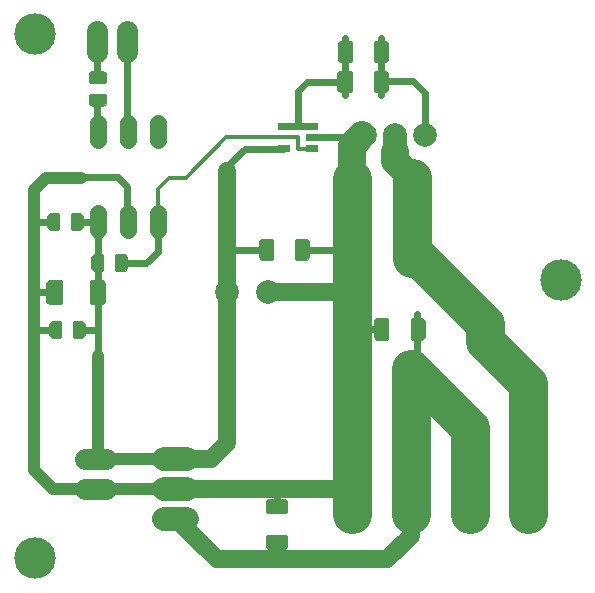
<source format=gbr>
%FSLAX32Y32*%
%MOMM*%
%LNKUPFERSEITE1*%
G71*
G01*
%ADD10C, 1.40*%
%ADD11C, 0.00*%
%ADD12C, 0.60*%
%ADD13C, 2.00*%
%ADD14C, 2.00*%
%ADD15C, 2.44*%
%ADD16C, 1.80*%
%ADD17C, 3.50*%
%ADD18C, 3.30*%
%ADD19C, 1.54*%
%ADD20C, 2.33*%
%ADD21C, 0.56*%
%ADD22C, 1.00*%
%ADD23C, 0.30*%
%LPD*%
G54D10*
X809Y3974D02*
X809Y3834D01*
G54D10*
X1063Y3975D02*
X1063Y3835D01*
G54D10*
X1317Y3975D02*
X1317Y3835D01*
G54D10*
X1317Y3213D02*
X1317Y3073D01*
G54D10*
X1063Y3213D02*
X1063Y3073D01*
G54D10*
X809Y3212D02*
X809Y3072D01*
G36*
X376Y2626D02*
X396Y2646D01*
X496Y2646D01*
X506Y2636D01*
X506Y2456D01*
X496Y2446D01*
X396Y2446D01*
X376Y2466D01*
X376Y2626D01*
G37*
G54D11*
X376Y2626D02*
X396Y2646D01*
X496Y2646D01*
X506Y2636D01*
X506Y2456D01*
X496Y2446D01*
X396Y2446D01*
X376Y2466D01*
X376Y2626D01*
G36*
X746Y2636D02*
X756Y2646D01*
X856Y2646D01*
X876Y2626D01*
X876Y2466D01*
X856Y2446D01*
X756Y2446D01*
X746Y2456D01*
X746Y2636D01*
G37*
G54D11*
X746Y2636D02*
X756Y2646D01*
X856Y2646D01*
X876Y2626D01*
X876Y2466D01*
X856Y2446D01*
X756Y2446D01*
X746Y2456D01*
X746Y2636D01*
G36*
X401Y2593D02*
X501Y2593D01*
X501Y2493D01*
X401Y2493D01*
X401Y2593D01*
G37*
G36*
X751Y2593D02*
X851Y2593D01*
X851Y2493D01*
X751Y2493D01*
X751Y2593D01*
G37*
G54D12*
X808Y3908D02*
X808Y4170D01*
G54D12*
X808Y4376D02*
X808Y4670D01*
G54D12*
X1062Y3963D02*
X1062Y4670D01*
G36*
X2339Y3731D02*
X2339Y3791D01*
X2439Y3791D01*
X2439Y3731D01*
X2339Y3731D01*
G37*
G36*
X2339Y3921D02*
X2339Y3981D01*
X2439Y3981D01*
X2439Y3921D01*
X2339Y3921D01*
G37*
G36*
X2577Y3731D02*
X2577Y3791D01*
X2677Y3791D01*
X2677Y3731D01*
X2577Y3731D01*
G37*
G36*
X2577Y3921D02*
X2577Y3981D01*
X2677Y3981D01*
X2677Y3921D01*
X2577Y3921D01*
G37*
G36*
X2577Y3826D02*
X2577Y3886D01*
X2677Y3886D01*
X2677Y3826D01*
X2577Y3826D01*
G37*
G54D13*
X1368Y1134D02*
X1568Y1134D01*
G54D13*
X1368Y880D02*
X1568Y880D01*
G54D13*
X1368Y626D02*
X1568Y626D01*
X3072Y3873D02*
G54D14*
D03*
X3326Y3873D02*
G54D14*
D03*
X3580Y3873D02*
G54D14*
D03*
X3466Y2897D02*
G54D14*
D03*
X2966Y2897D02*
G54D14*
D03*
X2961Y666D02*
G54D15*
D03*
X3461Y666D02*
G54D15*
D03*
X3961Y666D02*
G54D15*
D03*
X4461Y666D02*
G54D15*
D03*
G54D16*
X1062Y4580D02*
X1062Y4760D01*
G54D16*
X808Y4580D02*
X808Y4760D01*
G36*
X3271Y4514D02*
X3251Y4494D01*
X3161Y4494D01*
X3151Y4504D01*
X3151Y4664D01*
X3161Y4674D01*
X3251Y4674D01*
X3271Y4654D01*
X3271Y4514D01*
G37*
G54D11*
X3271Y4514D02*
X3251Y4494D01*
X3161Y4494D01*
X3151Y4504D01*
X3151Y4664D01*
X3161Y4674D01*
X3251Y4674D01*
X3271Y4654D01*
X3271Y4514D01*
G36*
X2961Y4509D02*
X2961Y4504D01*
X2951Y4494D01*
X2861Y4494D01*
X2841Y4514D01*
X2841Y4654D01*
X2861Y4674D01*
X2951Y4674D01*
X2961Y4664D01*
X2961Y4509D01*
G37*
G54D11*
X2961Y4509D02*
X2961Y4504D01*
X2951Y4494D01*
X2861Y4494D01*
X2841Y4514D01*
X2841Y4654D01*
X2861Y4674D01*
X2951Y4674D01*
X2961Y4664D01*
X2961Y4509D01*
G36*
X3256Y4539D02*
X3176Y4539D01*
X3176Y4629D01*
X3256Y4629D01*
X3256Y4539D01*
G37*
G36*
X2936Y4534D02*
X2856Y4534D01*
X2856Y4624D01*
X2936Y4624D01*
X2936Y4534D01*
G37*
G36*
X758Y4119D02*
X738Y4139D01*
X738Y4209D01*
X748Y4219D01*
X868Y4219D01*
X878Y4209D01*
X878Y4139D01*
X858Y4119D01*
X758Y4119D01*
G37*
G54D11*
X758Y4119D02*
X738Y4139D01*
X738Y4209D01*
X748Y4219D01*
X868Y4219D01*
X878Y4209D01*
X878Y4139D01*
X858Y4119D01*
X758Y4119D01*
G36*
X748Y4319D02*
X738Y4329D01*
X738Y4399D01*
X758Y4419D01*
X858Y4419D01*
X878Y4399D01*
X878Y4329D01*
X868Y4319D01*
X748Y4319D01*
G37*
G54D11*
X748Y4319D02*
X738Y4329D01*
X738Y4399D01*
X758Y4419D01*
X858Y4419D01*
X878Y4399D01*
X878Y4329D01*
X868Y4319D01*
X748Y4319D01*
G36*
X783Y4145D02*
X783Y4195D01*
X833Y4195D01*
X833Y4145D01*
X783Y4145D01*
G37*
G36*
X783Y4345D02*
X783Y4395D01*
X833Y4395D01*
X833Y4345D01*
X783Y4345D01*
G37*
G54D12*
X1062Y3146D02*
X1062Y3439D01*
X983Y3519D01*
X642Y3519D01*
G36*
X684Y3093D02*
X664Y3073D01*
X594Y3073D01*
X584Y3083D01*
X584Y3203D01*
X594Y3213D01*
X664Y3213D01*
X684Y3193D01*
X684Y3093D01*
G37*
G54D11*
X684Y3093D02*
X664Y3073D01*
X594Y3073D01*
X584Y3083D01*
X584Y3203D01*
X594Y3213D01*
X664Y3213D01*
X684Y3193D01*
X684Y3093D01*
G36*
X484Y3083D02*
X474Y3073D01*
X404Y3073D01*
X384Y3093D01*
X384Y3193D01*
X404Y3213D01*
X474Y3213D01*
X484Y3203D01*
X484Y3083D01*
G37*
G54D11*
X484Y3083D02*
X474Y3073D01*
X404Y3073D01*
X384Y3093D01*
X384Y3193D01*
X404Y3213D01*
X474Y3213D01*
X484Y3203D01*
X484Y3083D01*
G36*
X660Y3118D02*
X610Y3118D01*
X610Y3168D01*
X660Y3168D01*
X660Y3118D01*
G37*
G36*
X460Y3118D02*
X410Y3118D01*
X410Y3168D01*
X460Y3168D01*
X460Y3118D01*
G37*
G36*
X1057Y2746D02*
X1037Y2726D01*
X967Y2726D01*
X957Y2736D01*
X957Y2856D01*
X967Y2866D01*
X1037Y2866D01*
X1057Y2846D01*
X1057Y2746D01*
G37*
G54D11*
X1057Y2746D02*
X1037Y2726D01*
X967Y2726D01*
X957Y2736D01*
X957Y2856D01*
X967Y2866D01*
X1037Y2866D01*
X1057Y2846D01*
X1057Y2746D01*
G36*
X857Y2736D02*
X847Y2726D01*
X777Y2726D01*
X757Y2746D01*
X757Y2846D01*
X777Y2866D01*
X847Y2866D01*
X857Y2856D01*
X857Y2736D01*
G37*
G54D11*
X857Y2736D02*
X847Y2726D01*
X777Y2726D01*
X757Y2746D01*
X757Y2846D01*
X777Y2866D01*
X847Y2866D01*
X857Y2856D01*
X857Y2736D01*
G36*
X1032Y2772D02*
X982Y2772D01*
X982Y2822D01*
X1032Y2822D01*
X1032Y2772D01*
G37*
G36*
X832Y2772D02*
X782Y2772D01*
X782Y2822D01*
X832Y2822D01*
X832Y2772D01*
G37*
X2254Y2547D02*
G54D14*
D03*
X1904Y2547D02*
G54D14*
D03*
X2952Y1895D02*
G54D15*
D03*
X3460Y1895D02*
G54D15*
D03*
X4458Y1386D02*
G54D14*
D03*
X3958Y1386D02*
G54D14*
D03*
G36*
X3270Y4260D02*
X3250Y4240D01*
X3160Y4240D01*
X3150Y4250D01*
X3150Y4410D01*
X3160Y4420D01*
X3250Y4420D01*
X3270Y4400D01*
X3270Y4260D01*
G37*
G54D11*
X3270Y4260D02*
X3250Y4240D01*
X3160Y4240D01*
X3150Y4250D01*
X3150Y4410D01*
X3160Y4420D01*
X3250Y4420D01*
X3270Y4400D01*
X3270Y4260D01*
G36*
X2960Y4255D02*
X2960Y4250D01*
X2950Y4240D01*
X2860Y4240D01*
X2840Y4260D01*
X2840Y4400D01*
X2860Y4420D01*
X2950Y4420D01*
X2960Y4410D01*
X2960Y4255D01*
G37*
G54D11*
X2960Y4255D02*
X2960Y4250D01*
X2950Y4240D01*
X2860Y4240D01*
X2840Y4260D01*
X2840Y4400D01*
X2860Y4420D01*
X2950Y4420D01*
X2960Y4410D01*
X2960Y4255D01*
G36*
X3256Y4285D02*
X3176Y4285D01*
X3176Y4375D01*
X3256Y4375D01*
X3256Y4285D01*
G37*
G36*
X2936Y4280D02*
X2856Y4280D01*
X2856Y4370D01*
X2936Y4370D01*
X2936Y4280D01*
G37*
X278Y293D02*
G54D17*
D03*
G54D12*
X2905Y4697D02*
X2905Y4212D01*
G54D12*
X3207Y4212D02*
X3207Y4697D01*
G54D12*
X3207Y4331D02*
X3477Y4331D01*
X3580Y4228D01*
X3580Y3887D01*
G54D12*
X2508Y3958D02*
X2508Y4252D01*
X2580Y4324D01*
X2881Y4324D01*
X278Y4730D02*
G54D17*
D03*
X4731Y2650D02*
G54D17*
D03*
G54D18*
X2961Y666D02*
X2961Y3500D01*
G54D18*
X3461Y666D02*
X3461Y1896D01*
G54D18*
X3469Y2833D02*
X3469Y3508D01*
G54D18*
X3961Y666D02*
X3961Y1396D01*
X3461Y1896D01*
G54D19*
X2254Y2547D02*
X2961Y2547D01*
G54D13*
X3326Y3873D02*
X3326Y3698D01*
G54D20*
X3326Y3730D02*
X3326Y3659D01*
X3445Y3540D01*
G54D20*
X2961Y3524D02*
X2961Y3786D01*
X3048Y3873D01*
G54D16*
X884Y880D02*
X704Y880D01*
G54D16*
X884Y1134D02*
X704Y1134D01*
G54D21*
X2643Y3857D02*
X2969Y3857D01*
G54D21*
X2373Y3952D02*
X2643Y3952D01*
G36*
X2255Y368D02*
X2235Y388D01*
X2235Y478D01*
X2245Y488D01*
X2405Y488D01*
X2415Y478D01*
X2415Y388D01*
X2395Y368D01*
X2255Y368D01*
G37*
G54D11*
X2255Y368D02*
X2235Y388D01*
X2235Y478D01*
X2245Y488D01*
X2405Y488D01*
X2415Y478D01*
X2415Y388D01*
X2395Y368D01*
X2255Y368D01*
G36*
X2250Y678D02*
X2245Y678D01*
X2235Y688D01*
X2235Y778D01*
X2255Y798D01*
X2395Y798D01*
X2415Y778D01*
X2415Y688D01*
X2405Y678D01*
X2250Y678D01*
G37*
G54D11*
X2250Y678D02*
X2245Y678D01*
X2235Y688D01*
X2235Y778D01*
X2255Y798D01*
X2395Y798D01*
X2415Y778D01*
X2415Y688D01*
X2405Y678D01*
X2250Y678D01*
G36*
X2280Y383D02*
X2280Y463D01*
X2370Y463D01*
X2370Y383D01*
X2280Y383D01*
G37*
G36*
X2275Y703D02*
X2275Y783D01*
X2365Y783D01*
X2365Y703D01*
X2275Y703D01*
G37*
G36*
X2603Y2839D02*
X2583Y2819D01*
X2493Y2819D01*
X2483Y2829D01*
X2483Y2989D01*
X2493Y2999D01*
X2583Y2999D01*
X2603Y2979D01*
X2603Y2839D01*
G37*
G54D11*
X2603Y2839D02*
X2583Y2819D01*
X2493Y2819D01*
X2483Y2829D01*
X2483Y2989D01*
X2493Y2999D01*
X2583Y2999D01*
X2603Y2979D01*
X2603Y2839D01*
G36*
X2293Y2834D02*
X2293Y2829D01*
X2283Y2819D01*
X2193Y2819D01*
X2173Y2839D01*
X2173Y2979D01*
X2193Y2999D01*
X2283Y2999D01*
X2293Y2989D01*
X2293Y2834D01*
G37*
G54D11*
X2293Y2834D02*
X2293Y2829D01*
X2283Y2819D01*
X2193Y2819D01*
X2173Y2839D01*
X2173Y2979D01*
X2193Y2999D01*
X2283Y2999D01*
X2293Y2989D01*
X2293Y2834D01*
G36*
X2589Y2864D02*
X2509Y2864D01*
X2509Y2954D01*
X2589Y2954D01*
X2589Y2864D01*
G37*
G36*
X2269Y2859D02*
X2189Y2859D01*
X2189Y2949D01*
X2269Y2949D01*
X2269Y2859D01*
G37*
G54D12*
X2548Y2904D02*
X2921Y2904D01*
G54D12*
X2238Y2904D02*
X1897Y2904D01*
G54D19*
X1905Y3571D02*
X1905Y1269D01*
X1770Y1134D01*
X1460Y1134D01*
G54D19*
X1476Y880D02*
X2929Y880D01*
G54D19*
X3461Y666D02*
X3461Y484D01*
X3262Y285D01*
X1818Y285D01*
X1476Y626D01*
G54D12*
X2326Y730D02*
X2326Y888D01*
G54D12*
X2326Y428D02*
X2326Y277D01*
G36*
X3149Y2304D02*
X3169Y2324D01*
X3259Y2324D01*
X3269Y2314D01*
X3269Y2154D01*
X3259Y2144D01*
X3169Y2144D01*
X3149Y2164D01*
X3149Y2304D01*
G37*
G54D11*
X3149Y2304D02*
X3169Y2324D01*
X3259Y2324D01*
X3269Y2314D01*
X3269Y2154D01*
X3259Y2144D01*
X3169Y2144D01*
X3149Y2164D01*
X3149Y2304D01*
G36*
X3459Y2309D02*
X3459Y2314D01*
X3469Y2324D01*
X3559Y2324D01*
X3579Y2304D01*
X3579Y2164D01*
X3559Y2144D01*
X3469Y2144D01*
X3459Y2154D01*
X3459Y2309D01*
G37*
G54D11*
X3459Y2309D02*
X3459Y2314D01*
X3469Y2324D01*
X3559Y2324D01*
X3579Y2304D01*
X3579Y2164D01*
X3559Y2144D01*
X3469Y2144D01*
X3459Y2154D01*
X3459Y2309D01*
G36*
X3165Y2279D02*
X3245Y2279D01*
X3245Y2189D01*
X3165Y2189D01*
X3165Y2279D01*
G37*
G36*
X3485Y2284D02*
X3565Y2284D01*
X3565Y2194D01*
X3485Y2194D01*
X3485Y2284D01*
G37*
G54D18*
X3469Y2833D02*
X3532Y2833D01*
X4088Y2277D01*
X4088Y2135D01*
X4453Y1769D01*
X4453Y666D01*
G54D12*
X3215Y2230D02*
X3040Y2230D01*
G54D12*
X3516Y2357D02*
X3516Y1944D01*
G54D22*
X1476Y1134D02*
X722Y1134D01*
G54D22*
X1476Y880D02*
X722Y880D01*
G54D22*
X714Y880D02*
X429Y880D01*
X270Y1039D01*
X270Y3412D01*
X373Y3516D01*
X667Y3516D01*
G54D12*
X809Y3142D02*
X809Y1984D01*
G54D12*
X1008Y2793D02*
X1222Y2793D01*
X1317Y2888D01*
X1317Y3135D01*
G54D12*
X436Y2547D02*
X270Y2547D01*
G54D12*
X444Y3142D02*
X278Y3142D01*
G54D12*
X809Y3142D02*
X619Y3142D01*
G54D23*
X1317Y3142D02*
X1317Y3420D01*
X1413Y3515D01*
X1556Y3515D01*
X1897Y3857D01*
X2222Y3857D01*
G54D21*
X2381Y3761D02*
X2056Y3761D01*
X1905Y3611D01*
G54D23*
X2175Y3857D02*
X2508Y3857D01*
X2508Y3761D01*
X2611Y3761D01*
G36*
X700Y2180D02*
X680Y2160D01*
X610Y2160D01*
X600Y2170D01*
X600Y2290D01*
X610Y2300D01*
X680Y2300D01*
X700Y2280D01*
X700Y2180D01*
G37*
G54D11*
X700Y2180D02*
X680Y2160D01*
X610Y2160D01*
X600Y2170D01*
X600Y2290D01*
X610Y2300D01*
X680Y2300D01*
X700Y2280D01*
X700Y2180D01*
G36*
X500Y2170D02*
X490Y2160D01*
X420Y2160D01*
X400Y2180D01*
X400Y2280D01*
X420Y2300D01*
X490Y2300D01*
X500Y2290D01*
X500Y2170D01*
G37*
G54D11*
X500Y2170D02*
X490Y2160D01*
X420Y2160D01*
X400Y2180D01*
X400Y2280D01*
X420Y2300D01*
X490Y2300D01*
X500Y2290D01*
X500Y2170D01*
G36*
X676Y2205D02*
X626Y2205D01*
X626Y2255D01*
X676Y2255D01*
X676Y2205D01*
G37*
G36*
X476Y2205D02*
X426Y2205D01*
X426Y2255D01*
X476Y2255D01*
X476Y2205D01*
G37*
G54D22*
X809Y2007D02*
X809Y1126D01*
G54D12*
X452Y2229D02*
X270Y2229D01*
G54D12*
X651Y2229D02*
X801Y2229D01*
M02*

</source>
